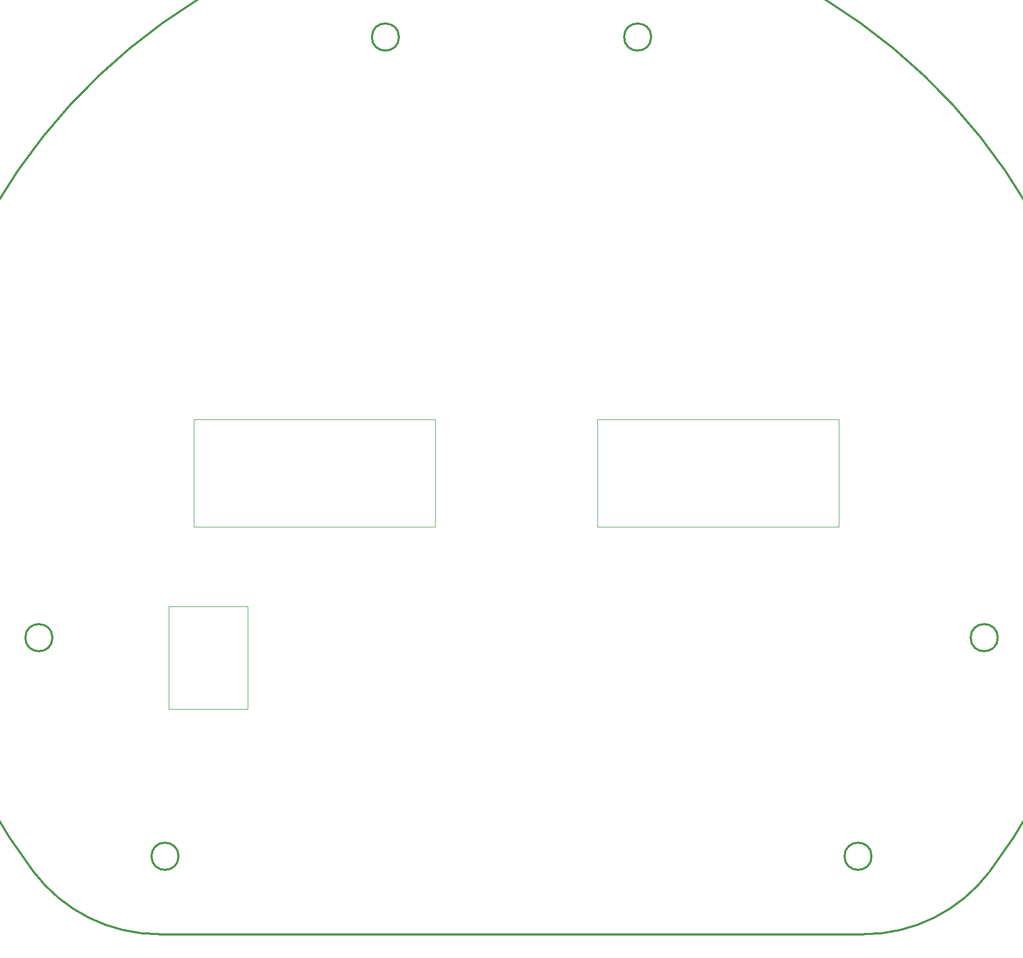
<source format=gm1>
G04 #@! TF.GenerationSoftware,KiCad,Pcbnew,6.0.2-378541a8eb~116~ubuntu20.04.1*
G04 #@! TF.CreationDate,2023-01-27T16:22:06+01:00*
G04 #@! TF.ProjectId,BUCKY_MAIN,4255434b-595f-44d4-9149-4e2e6b696361,rev?*
G04 #@! TF.SameCoordinates,Original*
G04 #@! TF.FileFunction,Profile,NP*
%FSLAX46Y46*%
G04 Gerber Fmt 4.6, Leading zero omitted, Abs format (unit mm)*
G04 Created by KiCad (PCBNEW 6.0.2-378541a8eb~116~ubuntu20.04.1) date 2023-01-27 16:22:06*
%MOMM*%
%LPD*%
G01*
G04 APERTURE LIST*
G04 #@! TA.AperFunction,Profile*
%ADD10C,0.300000*%
G04 #@! TD*
G04 #@! TA.AperFunction,Profile*
%ADD11C,0.100000*%
G04 #@! TD*
G04 APERTURE END LIST*
D10*
X90731786Y-179100000D02*
X202468214Y-179100000D01*
X222421147Y-169162552D02*
G75*
G03*
X70778853Y-169162552I-75821147J57237697D01*
G01*
X203701906Y-166745364D02*
G75*
G03*
X203701906Y-166745364I-2150000J0D01*
G01*
D11*
X160250000Y-97500000D02*
X198500000Y-97500000D01*
X198500000Y-97500000D02*
X198500000Y-114500000D01*
X198500000Y-114500000D02*
X160250000Y-114500000D01*
X160250000Y-114500000D02*
X160250000Y-97500000D01*
D10*
X128750000Y-36924854D02*
G75*
G03*
X128750000Y-36924854I-2150000J0D01*
G01*
D11*
X96250000Y-97500000D02*
X134500000Y-97500000D01*
X134500000Y-97500000D02*
X134500000Y-114500000D01*
X134500000Y-114500000D02*
X96250000Y-114500000D01*
X96250000Y-114500000D02*
X96250000Y-97500000D01*
D10*
X168750000Y-36924854D02*
G75*
G03*
X168750000Y-36924854I-2150000J0D01*
G01*
X93798094Y-166745364D02*
G75*
G03*
X93798094Y-166745364I-2150000J0D01*
G01*
X202468214Y-179100000D02*
G75*
G03*
X222421147Y-169162552I2J24999997D01*
G01*
X73798094Y-132104347D02*
G75*
G03*
X73798094Y-132104347I-2150000J0D01*
G01*
X70778853Y-169162552D02*
G75*
G03*
X90731786Y-179100000I19952931J15062549D01*
G01*
X223701906Y-132104347D02*
G75*
G03*
X223701906Y-132104347I-2150000J0D01*
G01*
D11*
X104750000Y-143375000D02*
X92250000Y-143375000D01*
X92250000Y-143375000D02*
X92250000Y-127125000D01*
X92250000Y-127125000D02*
X104750000Y-127125000D01*
X104750000Y-127125000D02*
X104750000Y-143375000D01*
M02*

</source>
